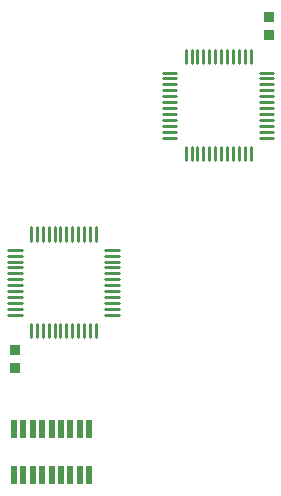
<source format=gbr>
G04 EAGLE Gerber RS-274X export*
G75*
%MOMM*%
%FSLAX34Y34*%
%LPD*%
%INSolderpaste Bottom*%
%IPPOS*%
%AMOC8*
5,1,8,0,0,1.08239X$1,22.5*%
G01*
G04 Define Apertures*
%ADD10C,0.250000*%
%ADD11R,0.970200X0.920900*%
%ADD12R,0.550000X1.500000*%
D10*
X285500Y383750D02*
X285500Y372250D01*
X290500Y372250D02*
X290500Y383750D01*
X295500Y383750D02*
X295500Y372250D01*
X300500Y372250D02*
X300500Y383750D01*
X305500Y383750D02*
X305500Y372250D01*
X310500Y372250D02*
X310500Y383750D01*
X315500Y383750D02*
X315500Y372250D01*
X320500Y372250D02*
X320500Y383750D01*
X325500Y383750D02*
X325500Y372250D01*
X330500Y372250D02*
X330500Y383750D01*
X335500Y383750D02*
X335500Y372250D01*
X340500Y372250D02*
X340500Y383750D01*
X348250Y364500D02*
X359750Y364500D01*
X359750Y359500D02*
X348250Y359500D01*
X348250Y354500D02*
X359750Y354500D01*
X359750Y349500D02*
X348250Y349500D01*
X348250Y344500D02*
X359750Y344500D01*
X359750Y339500D02*
X348250Y339500D01*
X348250Y334500D02*
X359750Y334500D01*
X359750Y329500D02*
X348250Y329500D01*
X348250Y324500D02*
X359750Y324500D01*
X359750Y319500D02*
X348250Y319500D01*
X348250Y314500D02*
X359750Y314500D01*
X359750Y309500D02*
X348250Y309500D01*
X340500Y301750D02*
X340500Y290250D01*
X335500Y290250D02*
X335500Y301750D01*
X330500Y301750D02*
X330500Y290250D01*
X325500Y290250D02*
X325500Y301750D01*
X320500Y301750D02*
X320500Y290250D01*
X315500Y290250D02*
X315500Y301750D01*
X310500Y301750D02*
X310500Y290250D01*
X305500Y290250D02*
X305500Y301750D01*
X300500Y301750D02*
X300500Y290250D01*
X295500Y290250D02*
X295500Y301750D01*
X290500Y301750D02*
X290500Y290250D01*
X285500Y290250D02*
X285500Y301750D01*
X277750Y309500D02*
X266250Y309500D01*
X266250Y314500D02*
X277750Y314500D01*
X277750Y319500D02*
X266250Y319500D01*
X266250Y324500D02*
X277750Y324500D01*
X277750Y329500D02*
X266250Y329500D01*
X266250Y334500D02*
X277750Y334500D01*
X277750Y339500D02*
X266250Y339500D01*
X266250Y344500D02*
X277750Y344500D01*
X277750Y349500D02*
X266250Y349500D01*
X266250Y354500D02*
X277750Y354500D01*
X277750Y359500D02*
X266250Y359500D01*
X266250Y364500D02*
X277750Y364500D01*
D11*
X356000Y411746D03*
X356000Y396254D03*
D10*
X209500Y151750D02*
X209500Y140250D01*
X204500Y140250D02*
X204500Y151750D01*
X199500Y151750D02*
X199500Y140250D01*
X194500Y140250D02*
X194500Y151750D01*
X189500Y151750D02*
X189500Y140250D01*
X184500Y140250D02*
X184500Y151750D01*
X179500Y151750D02*
X179500Y140250D01*
X174500Y140250D02*
X174500Y151750D01*
X169500Y151750D02*
X169500Y140250D01*
X164500Y140250D02*
X164500Y151750D01*
X159500Y151750D02*
X159500Y140250D01*
X154500Y140250D02*
X154500Y151750D01*
X146750Y159500D02*
X135250Y159500D01*
X135250Y164500D02*
X146750Y164500D01*
X146750Y169500D02*
X135250Y169500D01*
X135250Y174500D02*
X146750Y174500D01*
X146750Y179500D02*
X135250Y179500D01*
X135250Y184500D02*
X146750Y184500D01*
X146750Y189500D02*
X135250Y189500D01*
X135250Y194500D02*
X146750Y194500D01*
X146750Y199500D02*
X135250Y199500D01*
X135250Y204500D02*
X146750Y204500D01*
X146750Y209500D02*
X135250Y209500D01*
X135250Y214500D02*
X146750Y214500D01*
X154500Y222250D02*
X154500Y233750D01*
X159500Y233750D02*
X159500Y222250D01*
X164500Y222250D02*
X164500Y233750D01*
X169500Y233750D02*
X169500Y222250D01*
X174500Y222250D02*
X174500Y233750D01*
X179500Y233750D02*
X179500Y222250D01*
X184500Y222250D02*
X184500Y233750D01*
X189500Y233750D02*
X189500Y222250D01*
X194500Y222250D02*
X194500Y233750D01*
X199500Y233750D02*
X199500Y222250D01*
X204500Y222250D02*
X204500Y233750D01*
X209500Y233750D02*
X209500Y222250D01*
X217250Y214500D02*
X228750Y214500D01*
X228750Y209500D02*
X217250Y209500D01*
X217250Y204500D02*
X228750Y204500D01*
X228750Y199500D02*
X217250Y199500D01*
X217250Y194500D02*
X228750Y194500D01*
X228750Y189500D02*
X217250Y189500D01*
X217250Y184500D02*
X228750Y184500D01*
X228750Y179500D02*
X217250Y179500D01*
X217250Y174500D02*
X228750Y174500D01*
X228750Y169500D02*
X217250Y169500D01*
X217250Y164500D02*
X228750Y164500D01*
X228750Y159500D02*
X217250Y159500D01*
D11*
X141000Y114254D03*
X141000Y129746D03*
D12*
X140000Y23500D03*
X140000Y62500D03*
X148000Y23500D03*
X148000Y62500D03*
X156000Y23500D03*
X156000Y62500D03*
X164000Y23500D03*
X164000Y62500D03*
X172000Y23500D03*
X172000Y62500D03*
X180000Y23500D03*
X180000Y62500D03*
X188000Y23500D03*
X188000Y62500D03*
X196000Y23500D03*
X196000Y62500D03*
X204000Y23500D03*
X204000Y62500D03*
M02*

</source>
